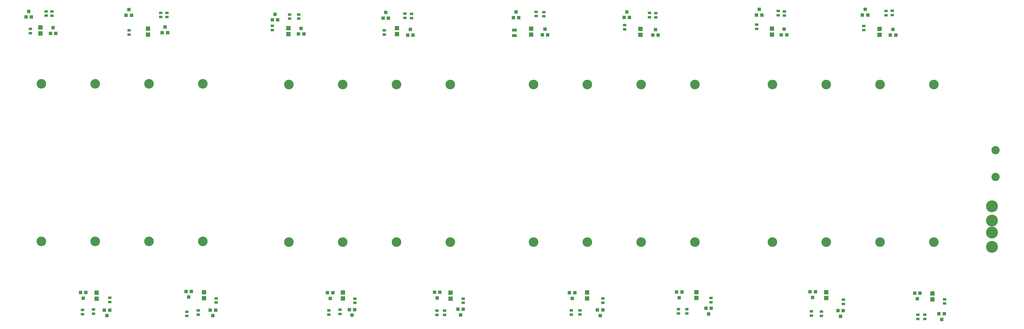
<source format=gbr>
G04 #@! TF.FileFunction,Soldermask,Top*
%FSLAX46Y46*%
G04 Gerber Fmt 4.6, Leading zero omitted, Abs format (unit mm)*
G04 Created by KiCad (PCBNEW 4.0.2-4+6225~38~ubuntu15.10.1-stable) date Thu 31 Mar 2016 04:29:23 PM CDT*
%MOMM*%
G01*
G04 APERTURE LIST*
%ADD10C,0.100000*%
%ADD11R,1.200100X1.200100*%
%ADD12R,1.300000X0.900000*%
%ADD13C,3.400000*%
%ADD14R,1.598880X1.598880*%
%ADD15C,2.940000*%
%ADD16R,1.700000X1.100000*%
%ADD17C,4.210000*%
G04 APERTURE END LIST*
D10*
D11*
X87700000Y-172900000D03*
X85800000Y-172900000D03*
X86750000Y-174898980D03*
X354200000Y-68300000D03*
X356100000Y-68300000D03*
X355150000Y-66301020D03*
D12*
X78050000Y-174350000D03*
X78050000Y-172850000D03*
D11*
X290300000Y-166500000D03*
X288400000Y-166500000D03*
X289350000Y-168498980D03*
D13*
X120650000Y-148590000D03*
X101600000Y-148590000D03*
X82550000Y-148590000D03*
X63500000Y-148590000D03*
X63500000Y-92710000D03*
X82550000Y-92710000D03*
X101600000Y-92710000D03*
X120650000Y-92710000D03*
D11*
X125200000Y-172901020D03*
X123300000Y-172901020D03*
X124250000Y-174900000D03*
D14*
X83100000Y-166800000D03*
X83100000Y-168898040D03*
D13*
X208280000Y-148844000D03*
X189230000Y-148844000D03*
X170180000Y-148844000D03*
X151130000Y-148844000D03*
X151130000Y-92964000D03*
X170180000Y-92964000D03*
X189230000Y-92964000D03*
X208280000Y-92964000D03*
X379476000Y-148844000D03*
X360426000Y-148844000D03*
X341376000Y-148844000D03*
X322326000Y-148844000D03*
X322326000Y-92964000D03*
X341376000Y-92964000D03*
X360426000Y-92964000D03*
X379476000Y-92964000D03*
X294894000Y-148844000D03*
X275844000Y-148844000D03*
X256794000Y-148844000D03*
X237744000Y-148844000D03*
X237744000Y-92964000D03*
X256794000Y-92964000D03*
X275844000Y-92964000D03*
X294894000Y-92964000D03*
D15*
X401320000Y-116205000D03*
X401320000Y-125730000D03*
D14*
X170250000Y-166700980D03*
X170250000Y-168799020D03*
X256700000Y-166701960D03*
X256700000Y-168800000D03*
X341400000Y-166551960D03*
X341400000Y-168650000D03*
D11*
X79300000Y-166700000D03*
X77400000Y-166700000D03*
X78350000Y-168698980D03*
X166700000Y-166751020D03*
X164800000Y-166751020D03*
X165750000Y-168750000D03*
X252400000Y-166800000D03*
X250500000Y-166800000D03*
X251450000Y-168798980D03*
X337550000Y-166449240D03*
X335650000Y-166449240D03*
X336600000Y-168448220D03*
X66700000Y-74800000D03*
X68600000Y-74800000D03*
X67650000Y-72801020D03*
X154550000Y-74998980D03*
X156450000Y-74998980D03*
X155500000Y-73000000D03*
X240850000Y-75300760D03*
X242750000Y-75300760D03*
X241800000Y-73301780D03*
X325500000Y-75300000D03*
X327400000Y-75300000D03*
X326450000Y-73301020D03*
D14*
X63200000Y-72701960D03*
X63200000Y-74800000D03*
X151000000Y-75049020D03*
X151000000Y-72950980D03*
X236900000Y-75198040D03*
X236900000Y-73100000D03*
X322200000Y-75249020D03*
X322200000Y-73150980D03*
X121100000Y-166600000D03*
X121100000Y-168698040D03*
X208400000Y-166800000D03*
X208400000Y-168898040D03*
X295400000Y-166550980D03*
X295400000Y-168649020D03*
X379000000Y-167001960D03*
X379000000Y-169100000D03*
D11*
X116600000Y-166300000D03*
X114700000Y-166300000D03*
X115650000Y-168298980D03*
X204600000Y-166600000D03*
X202700000Y-166600000D03*
X203650000Y-168598980D03*
X374600000Y-166901020D03*
X372700000Y-166901020D03*
X373650000Y-168900000D03*
X106313131Y-74559379D03*
X108213131Y-74559379D03*
X107263131Y-72560399D03*
X193200000Y-75400000D03*
X195100000Y-75400000D03*
X194150000Y-73401020D03*
X279975000Y-75423980D03*
X281875000Y-75423980D03*
X280925000Y-73425000D03*
X364100000Y-75398980D03*
X366000000Y-75398980D03*
X365050000Y-73400000D03*
D14*
X101313131Y-75257419D03*
X101313131Y-73159379D03*
X189449020Y-75049020D03*
X189449020Y-72950980D03*
X275600000Y-75298040D03*
X275600000Y-73200000D03*
X360300000Y-75299020D03*
X360300000Y-73200980D03*
D11*
X174450000Y-172751020D03*
X172550000Y-172751020D03*
X173500000Y-174750000D03*
X262300000Y-172849240D03*
X260400000Y-172849240D03*
X261350000Y-174848220D03*
X347400000Y-173150000D03*
X345500000Y-173150000D03*
X346450000Y-175148980D03*
X58100000Y-69000000D03*
X60000000Y-69000000D03*
X59050000Y-67001020D03*
X145300000Y-69998980D03*
X147200000Y-69998980D03*
X146250000Y-68000000D03*
X230650000Y-69198980D03*
X232550000Y-69198980D03*
X231600000Y-67200000D03*
X316700000Y-68300000D03*
X318600000Y-68300000D03*
X317650000Y-66301020D03*
X212900000Y-172600000D03*
X211000000Y-172600000D03*
X211950000Y-174598980D03*
X300700000Y-172300000D03*
X298800000Y-172300000D03*
X299750000Y-174298980D03*
X383200000Y-174250000D03*
X381300000Y-174250000D03*
X382250000Y-176248980D03*
X93513131Y-68359379D03*
X95413131Y-68359379D03*
X94463131Y-66360399D03*
X184500000Y-69400000D03*
X186400000Y-69400000D03*
X185450000Y-67401020D03*
X269825000Y-69173980D03*
X271725000Y-69173980D03*
X270775000Y-67175000D03*
D16*
X231000000Y-73650000D03*
X231000000Y-75550000D03*
D17*
X400030000Y-150541800D03*
X400030000Y-145461800D03*
X400030000Y-141220000D03*
X400030000Y-136140000D03*
D12*
X59650000Y-73200000D03*
X59650000Y-74700000D03*
X114950000Y-175000000D03*
X114950000Y-173500000D03*
X94550000Y-75250000D03*
X94550000Y-73750000D03*
X184900000Y-73700000D03*
X184900000Y-75200000D03*
X165250000Y-174550000D03*
X165250000Y-173050000D03*
X251100000Y-174550000D03*
X251100000Y-173050000D03*
X336150000Y-174900000D03*
X336150000Y-173400000D03*
X316750000Y-73200000D03*
X316750000Y-71700000D03*
X119050000Y-173050000D03*
X119050000Y-174550000D03*
X203550000Y-174650000D03*
X203550000Y-173150000D03*
X289100000Y-174100000D03*
X289100000Y-172600000D03*
X373800000Y-176050000D03*
X373800000Y-174550000D03*
X270000000Y-73350000D03*
X270000000Y-71850000D03*
X354650000Y-73650000D03*
X354650000Y-72150000D03*
X81950000Y-172700000D03*
X81950000Y-174200000D03*
X169300000Y-172800000D03*
X169300000Y-174300000D03*
X254200000Y-174500000D03*
X254200000Y-173000000D03*
X339700000Y-174950000D03*
X339700000Y-173450000D03*
X65250000Y-68500000D03*
X65250000Y-67000000D03*
X151400000Y-68100000D03*
X151400000Y-69600000D03*
X238700000Y-68650000D03*
X238700000Y-67150000D03*
X324400000Y-68350000D03*
X324400000Y-66850000D03*
X206300000Y-174650000D03*
X206300000Y-173150000D03*
X292000000Y-174100000D03*
X292000000Y-172600000D03*
X376250000Y-176050000D03*
X376250000Y-174550000D03*
X192250000Y-69300000D03*
X192250000Y-67800000D03*
X278800000Y-69050000D03*
X278800000Y-67550000D03*
X362550000Y-68350000D03*
X362550000Y-66850000D03*
X87700000Y-168550000D03*
X87700000Y-170050000D03*
X174500000Y-170350000D03*
X174500000Y-168850000D03*
X262300000Y-170300000D03*
X262300000Y-168800000D03*
X347500000Y-170750000D03*
X347500000Y-169250000D03*
X154600000Y-69600000D03*
X154600000Y-68100000D03*
X241400000Y-68750000D03*
X241400000Y-67250000D03*
X326550000Y-68500000D03*
X326550000Y-67000000D03*
X67250000Y-68550000D03*
X67250000Y-67050000D03*
X125400000Y-168750000D03*
X125400000Y-170250000D03*
X212900000Y-170350000D03*
X212900000Y-168850000D03*
X300600000Y-170150000D03*
X300600000Y-168650000D03*
X383300000Y-170600000D03*
X383300000Y-169100000D03*
X108000000Y-69000000D03*
X108000000Y-67500000D03*
X281050000Y-69100000D03*
X281050000Y-67600000D03*
X364750000Y-68300000D03*
X364750000Y-66800000D03*
X145300000Y-73600000D03*
X145300000Y-72100000D03*
X105800000Y-67500000D03*
X105800000Y-69000000D03*
X194600000Y-69400000D03*
X194600000Y-67900000D03*
M02*

</source>
